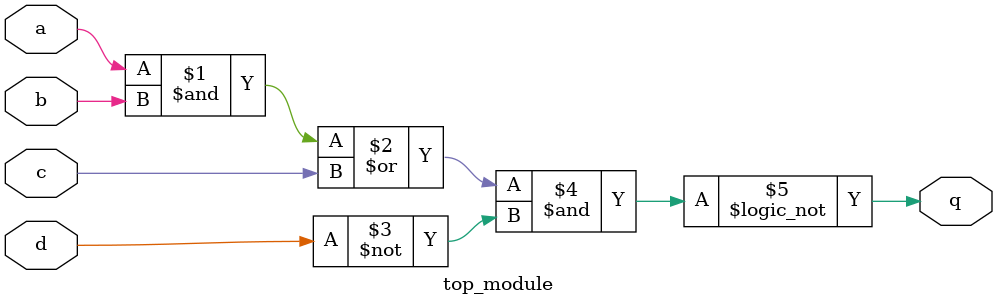
<source format=sv>
module top_module (
  input a, 
  input b, 
  input c, 
  input d,
  output q
);
 
  assign q = !(((a & b) | c) & ~d);
 
endmodule

</source>
